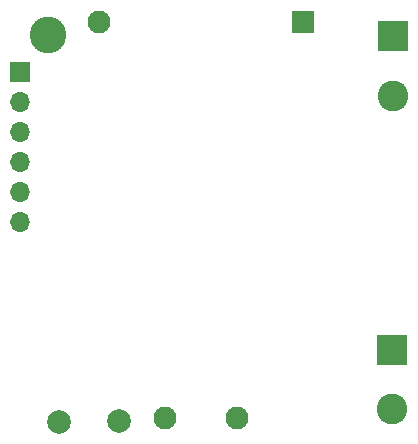
<source format=gts>
G04 #@! TF.GenerationSoftware,KiCad,Pcbnew,5.1.7-a382d34a8~88~ubuntu18.04.1*
G04 #@! TF.CreationDate,2021-11-20T10:26:25+05:30*
G04 #@! TF.ProjectId,BackEnd_switch_Normal_v1,4261636b-456e-4645-9f73-77697463685f,rev?*
G04 #@! TF.SameCoordinates,Original*
G04 #@! TF.FileFunction,Soldermask,Top*
G04 #@! TF.FilePolarity,Negative*
%FSLAX46Y46*%
G04 Gerber Fmt 4.6, Leading zero omitted, Abs format (unit mm)*
G04 Created by KiCad (PCBNEW 5.1.7-a382d34a8~88~ubuntu18.04.1) date 2021-11-20 10:26:25*
%MOMM*%
%LPD*%
G01*
G04 APERTURE LIST*
%ADD10C,3.100000*%
%ADD11O,1.700000X1.700000*%
%ADD12R,1.700000X1.700000*%
%ADD13R,1.950000X1.950000*%
%ADD14C,1.950000*%
%ADD15R,2.600000X2.600000*%
%ADD16C,2.600000*%
%ADD17C,2.000000*%
G04 APERTURE END LIST*
D10*
X117409000Y-100808000D03*
D11*
X115024000Y-116642000D03*
X115024000Y-114102000D03*
X115024000Y-111562000D03*
X115024000Y-109022000D03*
X115024000Y-106482000D03*
D12*
X115024000Y-103942000D03*
D13*
X138971000Y-99667000D03*
D14*
X127287000Y-133195000D03*
X121699000Y-99667000D03*
X133383000Y-133195000D03*
D15*
X146583000Y-100922000D03*
D16*
X146583000Y-106002000D03*
D15*
X146497000Y-127460000D03*
D16*
X146497000Y-132460000D03*
D17*
X118316000Y-133530000D03*
X123396000Y-133520000D03*
M02*

</source>
